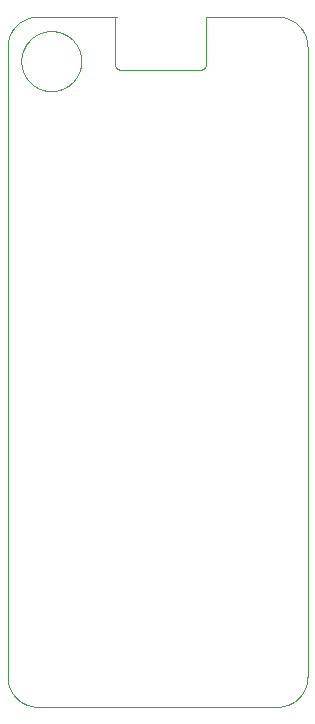
<source format=gko>
G75*
%MOIN*%
%OFA0B0*%
%FSLAX25Y25*%
%IPPOS*%
%LPD*%
%AMOC8*
5,1,8,0,0,1.08239X$1,22.5*
%
%ADD10C,0.00000*%
D10*
X0002800Y0011000D02*
X0002800Y0221000D01*
X0002803Y0221242D01*
X0002812Y0221483D01*
X0002826Y0221724D01*
X0002847Y0221965D01*
X0002873Y0222205D01*
X0002905Y0222445D01*
X0002943Y0222684D01*
X0002986Y0222921D01*
X0003036Y0223158D01*
X0003091Y0223393D01*
X0003151Y0223627D01*
X0003218Y0223859D01*
X0003289Y0224090D01*
X0003367Y0224319D01*
X0003450Y0224546D01*
X0003538Y0224771D01*
X0003632Y0224994D01*
X0003731Y0225214D01*
X0003836Y0225432D01*
X0003945Y0225647D01*
X0004060Y0225860D01*
X0004180Y0226070D01*
X0004305Y0226276D01*
X0004435Y0226480D01*
X0004570Y0226681D01*
X0004710Y0226878D01*
X0004854Y0227072D01*
X0005003Y0227262D01*
X0005157Y0227448D01*
X0005315Y0227631D01*
X0005477Y0227810D01*
X0005644Y0227985D01*
X0005815Y0228156D01*
X0005990Y0228323D01*
X0006169Y0228485D01*
X0006352Y0228643D01*
X0006538Y0228797D01*
X0006728Y0228946D01*
X0006922Y0229090D01*
X0007119Y0229230D01*
X0007320Y0229365D01*
X0007524Y0229495D01*
X0007730Y0229620D01*
X0007940Y0229740D01*
X0008153Y0229855D01*
X0008368Y0229964D01*
X0008586Y0230069D01*
X0008806Y0230168D01*
X0009029Y0230262D01*
X0009254Y0230350D01*
X0009481Y0230433D01*
X0009710Y0230511D01*
X0009941Y0230582D01*
X0010173Y0230649D01*
X0010407Y0230709D01*
X0010642Y0230764D01*
X0010879Y0230814D01*
X0011116Y0230857D01*
X0011355Y0230895D01*
X0011595Y0230927D01*
X0011835Y0230953D01*
X0012076Y0230974D01*
X0012317Y0230988D01*
X0012558Y0230997D01*
X0012800Y0231000D01*
X0039300Y0231000D01*
X0038700Y0231000D02*
X0038700Y0214961D01*
X0038701Y0214882D01*
X0038705Y0214804D01*
X0038714Y0214726D01*
X0038726Y0214649D01*
X0038742Y0214572D01*
X0038763Y0214497D01*
X0038787Y0214422D01*
X0038814Y0214349D01*
X0038846Y0214277D01*
X0038881Y0214207D01*
X0038919Y0214139D01*
X0038961Y0214073D01*
X0039006Y0214009D01*
X0039054Y0213947D01*
X0039106Y0213888D01*
X0039160Y0213831D01*
X0039217Y0213778D01*
X0039277Y0213727D01*
X0039339Y0213680D01*
X0039404Y0213635D01*
X0039471Y0213594D01*
X0039539Y0213557D01*
X0039610Y0213523D01*
X0039682Y0213492D01*
X0039756Y0213466D01*
X0039831Y0213443D01*
X0039907Y0213424D01*
X0039984Y0213408D01*
X0040061Y0213397D01*
X0040139Y0213390D01*
X0040217Y0213386D01*
X0067383Y0213386D01*
X0067461Y0213390D01*
X0067539Y0213397D01*
X0067616Y0213408D01*
X0067693Y0213424D01*
X0067769Y0213443D01*
X0067844Y0213466D01*
X0067918Y0213492D01*
X0067990Y0213523D01*
X0068061Y0213557D01*
X0068129Y0213594D01*
X0068196Y0213635D01*
X0068261Y0213680D01*
X0068323Y0213727D01*
X0068383Y0213778D01*
X0068440Y0213831D01*
X0068494Y0213888D01*
X0068546Y0213947D01*
X0068594Y0214009D01*
X0068639Y0214073D01*
X0068681Y0214139D01*
X0068719Y0214207D01*
X0068754Y0214277D01*
X0068786Y0214349D01*
X0068813Y0214422D01*
X0068837Y0214497D01*
X0068858Y0214572D01*
X0068874Y0214649D01*
X0068886Y0214726D01*
X0068895Y0214804D01*
X0068899Y0214882D01*
X0068900Y0214961D01*
X0068900Y0231000D01*
X0069300Y0231000D02*
X0092800Y0231000D01*
X0093042Y0230997D01*
X0093283Y0230988D01*
X0093524Y0230974D01*
X0093765Y0230953D01*
X0094005Y0230927D01*
X0094245Y0230895D01*
X0094484Y0230857D01*
X0094721Y0230814D01*
X0094958Y0230764D01*
X0095193Y0230709D01*
X0095427Y0230649D01*
X0095659Y0230582D01*
X0095890Y0230511D01*
X0096119Y0230433D01*
X0096346Y0230350D01*
X0096571Y0230262D01*
X0096794Y0230168D01*
X0097014Y0230069D01*
X0097232Y0229964D01*
X0097447Y0229855D01*
X0097660Y0229740D01*
X0097870Y0229620D01*
X0098076Y0229495D01*
X0098280Y0229365D01*
X0098481Y0229230D01*
X0098678Y0229090D01*
X0098872Y0228946D01*
X0099062Y0228797D01*
X0099248Y0228643D01*
X0099431Y0228485D01*
X0099610Y0228323D01*
X0099785Y0228156D01*
X0099956Y0227985D01*
X0100123Y0227810D01*
X0100285Y0227631D01*
X0100443Y0227448D01*
X0100597Y0227262D01*
X0100746Y0227072D01*
X0100890Y0226878D01*
X0101030Y0226681D01*
X0101165Y0226480D01*
X0101295Y0226276D01*
X0101420Y0226070D01*
X0101540Y0225860D01*
X0101655Y0225647D01*
X0101764Y0225432D01*
X0101869Y0225214D01*
X0101968Y0224994D01*
X0102062Y0224771D01*
X0102150Y0224546D01*
X0102233Y0224319D01*
X0102311Y0224090D01*
X0102382Y0223859D01*
X0102449Y0223627D01*
X0102509Y0223393D01*
X0102564Y0223158D01*
X0102614Y0222921D01*
X0102657Y0222684D01*
X0102695Y0222445D01*
X0102727Y0222205D01*
X0102753Y0221965D01*
X0102774Y0221724D01*
X0102788Y0221483D01*
X0102797Y0221242D01*
X0102800Y0221000D01*
X0102800Y0011000D01*
X0102797Y0010758D01*
X0102788Y0010517D01*
X0102774Y0010276D01*
X0102753Y0010035D01*
X0102727Y0009795D01*
X0102695Y0009555D01*
X0102657Y0009316D01*
X0102614Y0009079D01*
X0102564Y0008842D01*
X0102509Y0008607D01*
X0102449Y0008373D01*
X0102382Y0008141D01*
X0102311Y0007910D01*
X0102233Y0007681D01*
X0102150Y0007454D01*
X0102062Y0007229D01*
X0101968Y0007006D01*
X0101869Y0006786D01*
X0101764Y0006568D01*
X0101655Y0006353D01*
X0101540Y0006140D01*
X0101420Y0005930D01*
X0101295Y0005724D01*
X0101165Y0005520D01*
X0101030Y0005319D01*
X0100890Y0005122D01*
X0100746Y0004928D01*
X0100597Y0004738D01*
X0100443Y0004552D01*
X0100285Y0004369D01*
X0100123Y0004190D01*
X0099956Y0004015D01*
X0099785Y0003844D01*
X0099610Y0003677D01*
X0099431Y0003515D01*
X0099248Y0003357D01*
X0099062Y0003203D01*
X0098872Y0003054D01*
X0098678Y0002910D01*
X0098481Y0002770D01*
X0098280Y0002635D01*
X0098076Y0002505D01*
X0097870Y0002380D01*
X0097660Y0002260D01*
X0097447Y0002145D01*
X0097232Y0002036D01*
X0097014Y0001931D01*
X0096794Y0001832D01*
X0096571Y0001738D01*
X0096346Y0001650D01*
X0096119Y0001567D01*
X0095890Y0001489D01*
X0095659Y0001418D01*
X0095427Y0001351D01*
X0095193Y0001291D01*
X0094958Y0001236D01*
X0094721Y0001186D01*
X0094484Y0001143D01*
X0094245Y0001105D01*
X0094005Y0001073D01*
X0093765Y0001047D01*
X0093524Y0001026D01*
X0093283Y0001012D01*
X0093042Y0001003D01*
X0092800Y0001000D01*
X0012800Y0001000D01*
X0012558Y0001003D01*
X0012317Y0001012D01*
X0012076Y0001026D01*
X0011835Y0001047D01*
X0011595Y0001073D01*
X0011355Y0001105D01*
X0011116Y0001143D01*
X0010879Y0001186D01*
X0010642Y0001236D01*
X0010407Y0001291D01*
X0010173Y0001351D01*
X0009941Y0001418D01*
X0009710Y0001489D01*
X0009481Y0001567D01*
X0009254Y0001650D01*
X0009029Y0001738D01*
X0008806Y0001832D01*
X0008586Y0001931D01*
X0008368Y0002036D01*
X0008153Y0002145D01*
X0007940Y0002260D01*
X0007730Y0002380D01*
X0007524Y0002505D01*
X0007320Y0002635D01*
X0007119Y0002770D01*
X0006922Y0002910D01*
X0006728Y0003054D01*
X0006538Y0003203D01*
X0006352Y0003357D01*
X0006169Y0003515D01*
X0005990Y0003677D01*
X0005815Y0003844D01*
X0005644Y0004015D01*
X0005477Y0004190D01*
X0005315Y0004369D01*
X0005157Y0004552D01*
X0005003Y0004738D01*
X0004854Y0004928D01*
X0004710Y0005122D01*
X0004570Y0005319D01*
X0004435Y0005520D01*
X0004305Y0005724D01*
X0004180Y0005930D01*
X0004060Y0006140D01*
X0003945Y0006353D01*
X0003836Y0006568D01*
X0003731Y0006786D01*
X0003632Y0007006D01*
X0003538Y0007229D01*
X0003450Y0007454D01*
X0003367Y0007681D01*
X0003289Y0007910D01*
X0003218Y0008141D01*
X0003151Y0008373D01*
X0003091Y0008607D01*
X0003036Y0008842D01*
X0002986Y0009079D01*
X0002943Y0009316D01*
X0002905Y0009555D01*
X0002873Y0009795D01*
X0002847Y0010035D01*
X0002826Y0010276D01*
X0002812Y0010517D01*
X0002803Y0010758D01*
X0002800Y0011000D01*
X0007400Y0216200D02*
X0007403Y0216445D01*
X0007412Y0216691D01*
X0007427Y0216936D01*
X0007448Y0217180D01*
X0007475Y0217424D01*
X0007508Y0217667D01*
X0007547Y0217910D01*
X0007592Y0218151D01*
X0007643Y0218391D01*
X0007700Y0218630D01*
X0007762Y0218867D01*
X0007831Y0219103D01*
X0007905Y0219337D01*
X0007985Y0219569D01*
X0008070Y0219799D01*
X0008161Y0220027D01*
X0008258Y0220252D01*
X0008360Y0220476D01*
X0008468Y0220696D01*
X0008581Y0220914D01*
X0008699Y0221129D01*
X0008823Y0221341D01*
X0008951Y0221550D01*
X0009085Y0221756D01*
X0009224Y0221958D01*
X0009368Y0222157D01*
X0009517Y0222352D01*
X0009670Y0222544D01*
X0009828Y0222732D01*
X0009990Y0222916D01*
X0010158Y0223095D01*
X0010329Y0223271D01*
X0010505Y0223442D01*
X0010684Y0223610D01*
X0010868Y0223772D01*
X0011056Y0223930D01*
X0011248Y0224083D01*
X0011443Y0224232D01*
X0011642Y0224376D01*
X0011844Y0224515D01*
X0012050Y0224649D01*
X0012259Y0224777D01*
X0012471Y0224901D01*
X0012686Y0225019D01*
X0012904Y0225132D01*
X0013124Y0225240D01*
X0013348Y0225342D01*
X0013573Y0225439D01*
X0013801Y0225530D01*
X0014031Y0225615D01*
X0014263Y0225695D01*
X0014497Y0225769D01*
X0014733Y0225838D01*
X0014970Y0225900D01*
X0015209Y0225957D01*
X0015449Y0226008D01*
X0015690Y0226053D01*
X0015933Y0226092D01*
X0016176Y0226125D01*
X0016420Y0226152D01*
X0016664Y0226173D01*
X0016909Y0226188D01*
X0017155Y0226197D01*
X0017400Y0226200D01*
X0017645Y0226197D01*
X0017891Y0226188D01*
X0018136Y0226173D01*
X0018380Y0226152D01*
X0018624Y0226125D01*
X0018867Y0226092D01*
X0019110Y0226053D01*
X0019351Y0226008D01*
X0019591Y0225957D01*
X0019830Y0225900D01*
X0020067Y0225838D01*
X0020303Y0225769D01*
X0020537Y0225695D01*
X0020769Y0225615D01*
X0020999Y0225530D01*
X0021227Y0225439D01*
X0021452Y0225342D01*
X0021676Y0225240D01*
X0021896Y0225132D01*
X0022114Y0225019D01*
X0022329Y0224901D01*
X0022541Y0224777D01*
X0022750Y0224649D01*
X0022956Y0224515D01*
X0023158Y0224376D01*
X0023357Y0224232D01*
X0023552Y0224083D01*
X0023744Y0223930D01*
X0023932Y0223772D01*
X0024116Y0223610D01*
X0024295Y0223442D01*
X0024471Y0223271D01*
X0024642Y0223095D01*
X0024810Y0222916D01*
X0024972Y0222732D01*
X0025130Y0222544D01*
X0025283Y0222352D01*
X0025432Y0222157D01*
X0025576Y0221958D01*
X0025715Y0221756D01*
X0025849Y0221550D01*
X0025977Y0221341D01*
X0026101Y0221129D01*
X0026219Y0220914D01*
X0026332Y0220696D01*
X0026440Y0220476D01*
X0026542Y0220252D01*
X0026639Y0220027D01*
X0026730Y0219799D01*
X0026815Y0219569D01*
X0026895Y0219337D01*
X0026969Y0219103D01*
X0027038Y0218867D01*
X0027100Y0218630D01*
X0027157Y0218391D01*
X0027208Y0218151D01*
X0027253Y0217910D01*
X0027292Y0217667D01*
X0027325Y0217424D01*
X0027352Y0217180D01*
X0027373Y0216936D01*
X0027388Y0216691D01*
X0027397Y0216445D01*
X0027400Y0216200D01*
X0027397Y0215955D01*
X0027388Y0215709D01*
X0027373Y0215464D01*
X0027352Y0215220D01*
X0027325Y0214976D01*
X0027292Y0214733D01*
X0027253Y0214490D01*
X0027208Y0214249D01*
X0027157Y0214009D01*
X0027100Y0213770D01*
X0027038Y0213533D01*
X0026969Y0213297D01*
X0026895Y0213063D01*
X0026815Y0212831D01*
X0026730Y0212601D01*
X0026639Y0212373D01*
X0026542Y0212148D01*
X0026440Y0211924D01*
X0026332Y0211704D01*
X0026219Y0211486D01*
X0026101Y0211271D01*
X0025977Y0211059D01*
X0025849Y0210850D01*
X0025715Y0210644D01*
X0025576Y0210442D01*
X0025432Y0210243D01*
X0025283Y0210048D01*
X0025130Y0209856D01*
X0024972Y0209668D01*
X0024810Y0209484D01*
X0024642Y0209305D01*
X0024471Y0209129D01*
X0024295Y0208958D01*
X0024116Y0208790D01*
X0023932Y0208628D01*
X0023744Y0208470D01*
X0023552Y0208317D01*
X0023357Y0208168D01*
X0023158Y0208024D01*
X0022956Y0207885D01*
X0022750Y0207751D01*
X0022541Y0207623D01*
X0022329Y0207499D01*
X0022114Y0207381D01*
X0021896Y0207268D01*
X0021676Y0207160D01*
X0021452Y0207058D01*
X0021227Y0206961D01*
X0020999Y0206870D01*
X0020769Y0206785D01*
X0020537Y0206705D01*
X0020303Y0206631D01*
X0020067Y0206562D01*
X0019830Y0206500D01*
X0019591Y0206443D01*
X0019351Y0206392D01*
X0019110Y0206347D01*
X0018867Y0206308D01*
X0018624Y0206275D01*
X0018380Y0206248D01*
X0018136Y0206227D01*
X0017891Y0206212D01*
X0017645Y0206203D01*
X0017400Y0206200D01*
X0017155Y0206203D01*
X0016909Y0206212D01*
X0016664Y0206227D01*
X0016420Y0206248D01*
X0016176Y0206275D01*
X0015933Y0206308D01*
X0015690Y0206347D01*
X0015449Y0206392D01*
X0015209Y0206443D01*
X0014970Y0206500D01*
X0014733Y0206562D01*
X0014497Y0206631D01*
X0014263Y0206705D01*
X0014031Y0206785D01*
X0013801Y0206870D01*
X0013573Y0206961D01*
X0013348Y0207058D01*
X0013124Y0207160D01*
X0012904Y0207268D01*
X0012686Y0207381D01*
X0012471Y0207499D01*
X0012259Y0207623D01*
X0012050Y0207751D01*
X0011844Y0207885D01*
X0011642Y0208024D01*
X0011443Y0208168D01*
X0011248Y0208317D01*
X0011056Y0208470D01*
X0010868Y0208628D01*
X0010684Y0208790D01*
X0010505Y0208958D01*
X0010329Y0209129D01*
X0010158Y0209305D01*
X0009990Y0209484D01*
X0009828Y0209668D01*
X0009670Y0209856D01*
X0009517Y0210048D01*
X0009368Y0210243D01*
X0009224Y0210442D01*
X0009085Y0210644D01*
X0008951Y0210850D01*
X0008823Y0211059D01*
X0008699Y0211271D01*
X0008581Y0211486D01*
X0008468Y0211704D01*
X0008360Y0211924D01*
X0008258Y0212148D01*
X0008161Y0212373D01*
X0008070Y0212601D01*
X0007985Y0212831D01*
X0007905Y0213063D01*
X0007831Y0213297D01*
X0007762Y0213533D01*
X0007700Y0213770D01*
X0007643Y0214009D01*
X0007592Y0214249D01*
X0007547Y0214490D01*
X0007508Y0214733D01*
X0007475Y0214976D01*
X0007448Y0215220D01*
X0007427Y0215464D01*
X0007412Y0215709D01*
X0007403Y0215955D01*
X0007400Y0216200D01*
M02*

</source>
